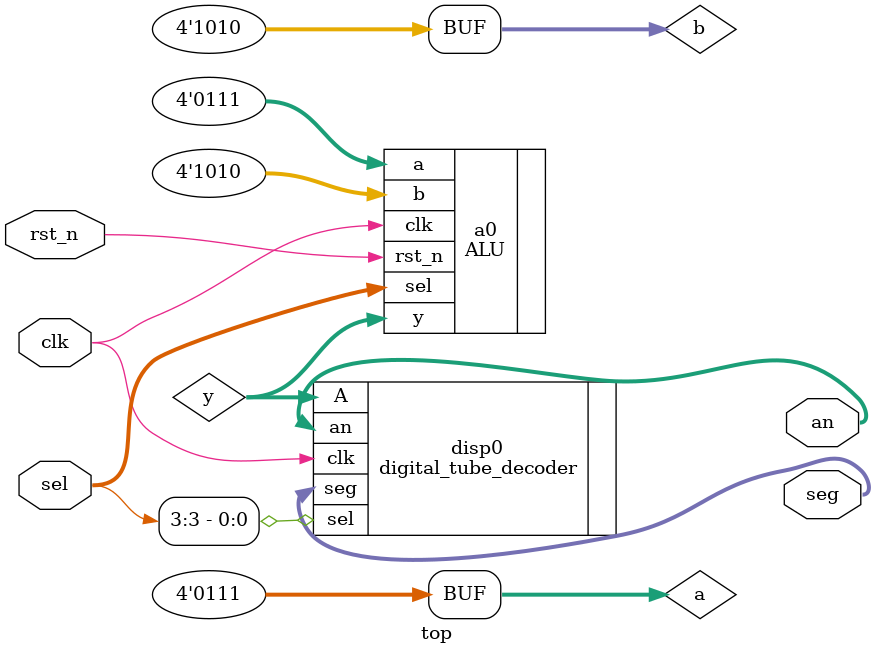
<source format=v>
module top (
    clk     ,
    rst_n   ,
    seg     ,
	 sel     ,
    an
);

input  clk;
input  [3:0] sel;
input  rst_n;

output  [0:6] seg;
output  [3:0] an;

wire signed  [7:0] y;

wire signed  [3:0] a;
wire signed  [3:0] b;

assign a = 4'b0111;	// 7
assign b = 4'b1010;	// -6

ALU a0 (
    .clk(clk),
    .a(a),
    .b(b),
    .sel(sel),
    .rst_n(rst_n),
    .y(y)
);

digital_tube_decoder disp0 (
    .clk(clk),
    .A(y),
    .sel(sel[3]),
    .seg(seg),
    .an(an)
);


endmodule
</source>
